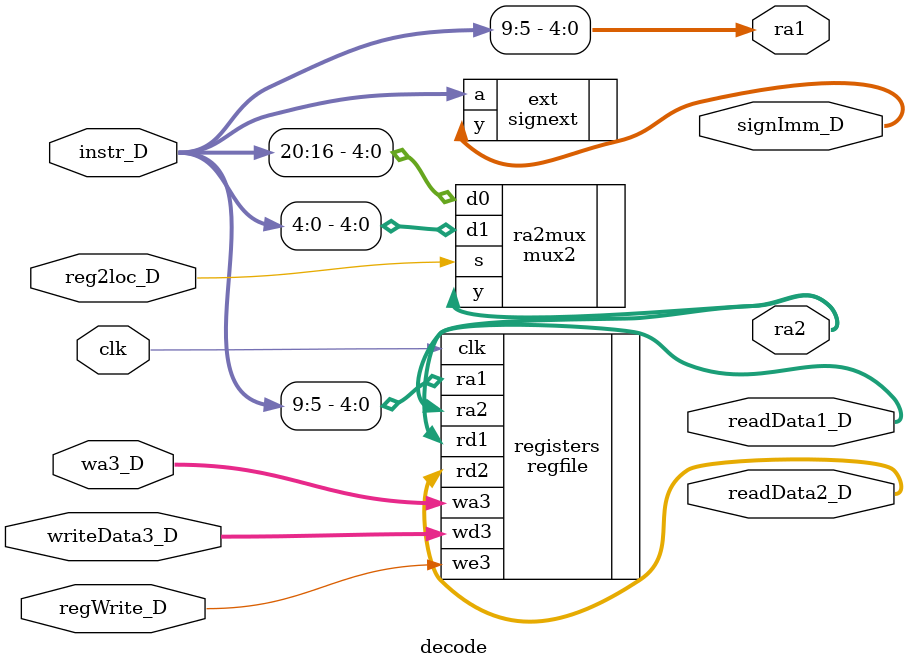
<source format=sv>

module decode #(parameter N = 64)
					(input logic regWrite_D, reg2loc_D, clk,
					input logic [N-1:0] writeData3_D,
					input logic [31:0] instr_D,
					output logic [N-1:0] signImm_D, readData1_D, readData2_D, 
					output logic [4:0] ra1, ra2,
					input logic [4:0] wa3_D); // Eliminar para single cycle processor
					
	assign ra1 = instr_D[9:5];
	
	mux2 	#(5) 	ra2mux	(.d0(instr_D[20:16]), .d1(instr_D[4:0]), .s(reg2loc_D), .y(ra2));
	
	regfile 		registers(.clk(clk), .we3(regWrite_D), .ra1(instr_D[9:5]), .ra2(ra2), .wa3(wa3_D), 
								 .wd3(writeData3_D), .rd1(readData1_D), .rd2(readData2_D));
								
	// En single cycle processor:						
	//regfile registers (.clk(clk), .we3(regWrite_D), .ra1(instr_D[9:5]), .ra2(ra2), .wa3(instr_D[4:0]), 
	//							 .wd3(writeData3_D), .rd1(readData1_D), .rd2(readData2_D));
	
									
	signext 		ext		(.a(instr_D), .y(signImm_D));	
	
endmodule

</source>
